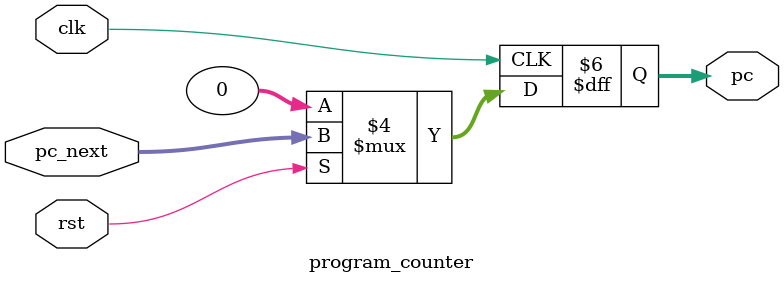
<source format=v>
module program_counter(
    input [31:0] pc_next,
    input clk,
    input rst,
    output reg [31:0] pc
);
always @(posedge clk) begin
  if (rst == 1'b0) begin
    pc <= 32'h00000000;
  end 
  else begin
    pc <= pc_next;
  end 
end 
endmodule

</source>
